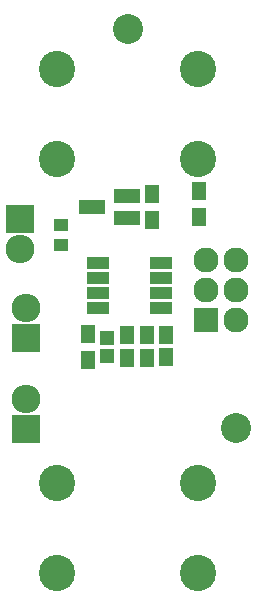
<source format=gbr>
G04 #@! TF.FileFunction,Soldermask,Top*
%FSLAX46Y46*%
G04 Gerber Fmt 4.6, Leading zero omitted, Abs format (unit mm)*
%MOMM*%
%LPD*%
G01*
G04 APERTURE LIST*
%ADD10C,0.100000*%
%ADD11R,1.950000X1.000000*%
%ADD12C,3.070000*%
%ADD13R,1.197560X1.197560*%
%ADD14R,1.200000X1.000000*%
%ADD15R,1.150000X1.600000*%
%ADD16R,1.300000X1.600000*%
%ADD17R,2.300000X1.200000*%
%ADD18R,2.432000X2.432000*%
%ADD19O,2.432000X2.432000*%
%ADD20R,2.127200X2.127200*%
%ADD21O,2.127200X2.127200*%
%ADD22C,2.540000*%
G04 APERTURE END LIST*
D10*
D11*
X146011800Y-93181400D03*
X146011800Y-94451400D03*
X146011800Y-95721400D03*
X146011800Y-96991400D03*
X151411800Y-96991400D03*
X151411800Y-95721400D03*
X151411800Y-94451400D03*
X151411800Y-93181400D03*
D12*
X142553200Y-76757000D03*
X142553200Y-84377000D03*
X142553200Y-84377000D03*
X142553200Y-76757000D03*
X142553200Y-76757000D03*
X142553200Y-84377000D03*
X142553200Y-84377000D03*
X142553200Y-76757000D03*
X142553200Y-84377000D03*
X142553200Y-119426000D03*
X142553200Y-111806000D03*
D13*
X146809320Y-99511080D03*
X146809320Y-101009680D03*
D14*
X142902800Y-89957400D03*
X142902800Y-91657400D03*
D15*
X151818200Y-99244300D03*
X151818200Y-101144300D03*
D16*
X154576640Y-87079960D03*
X154576640Y-89279960D03*
D15*
X150179900Y-99252000D03*
X150179900Y-101152000D03*
D12*
X154553200Y-119376000D03*
X154553200Y-111756000D03*
X154553200Y-111756000D03*
X154553200Y-119376000D03*
X154553200Y-119376000D03*
X154553200Y-111756000D03*
X154553200Y-111756000D03*
X154553200Y-119376000D03*
X154553200Y-111756000D03*
X154553200Y-76707000D03*
X154553200Y-84327000D03*
D17*
X148544400Y-89356200D03*
X148544400Y-87456200D03*
X145544400Y-88406200D03*
D18*
X139981800Y-99480600D03*
D19*
X139981800Y-96940600D03*
D18*
X139994500Y-107227600D03*
D19*
X139994500Y-104687600D03*
D20*
X155183700Y-97982000D03*
D21*
X157723700Y-97982000D03*
X155183700Y-95442000D03*
X157723700Y-95442000D03*
X155183700Y-92902000D03*
X157723700Y-92902000D03*
D16*
X145178640Y-101395760D03*
X145178640Y-99195760D03*
D15*
X148478100Y-99269700D03*
X148478100Y-101169700D03*
D16*
X150634560Y-89488240D03*
X150634560Y-87288240D03*
D18*
X139489040Y-89437440D03*
D19*
X139489040Y-91977440D03*
D22*
X157756720Y-107115840D03*
X148617800Y-73323680D03*
M02*

</source>
